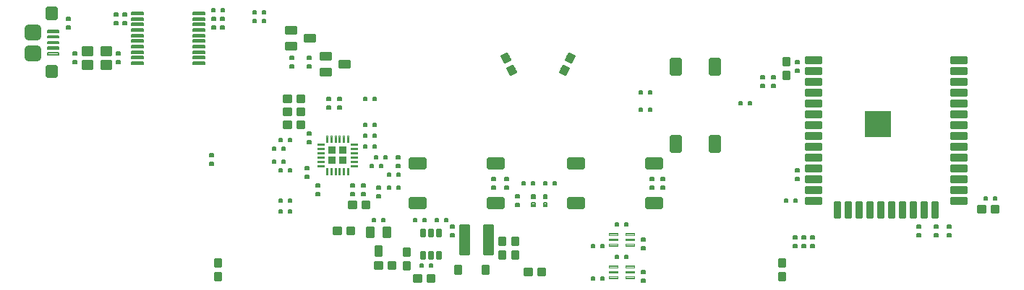
<source format=gbr>
G04 EAGLE Gerber RS-274X export*
G75*
%MOMM*%
%FSLAX34Y34*%
%LPD*%
%INSolderpaste Top*%
%IPPOS*%
%AMOC8*
5,1,8,0,0,1.08239X$1,22.5*%
G01*
%ADD10C,0.192500*%
%ADD11C,0.350000*%
%ADD12C,0.241500*%
%ADD13C,0.420000*%
%ADD14C,0.320038*%
%ADD15C,0.490000*%
%ADD16R,3.164769X3.166009*%
%ADD17C,0.315000*%
%ADD18C,0.200000*%
%ADD19C,0.700000*%
%ADD20C,0.950000*%
%ADD21R,0.919741X0.919741*%
%ADD22R,0.919894X0.920691*%
%ADD23R,0.921600X0.921600*%
%ADD24R,0.920331X0.919950*%
%ADD25C,0.091000*%
%ADD26C,0.210000*%
%ADD27C,0.140000*%
%ADD28C,0.402500*%
%ADD29C,0.124459*%


D10*
X248418Y349598D02*
X248418Y346022D01*
X244342Y346022D01*
X244342Y349598D01*
X248418Y349598D01*
X248418Y347851D02*
X244342Y347851D01*
X248418Y356522D02*
X248418Y360098D01*
X248418Y356522D02*
X244342Y356522D01*
X244342Y360098D01*
X248418Y360098D01*
X248418Y358351D02*
X244342Y358351D01*
X345942Y194998D02*
X345942Y191422D01*
X345942Y194998D02*
X350018Y194998D01*
X350018Y191422D01*
X345942Y191422D01*
X345942Y193251D02*
X350018Y193251D01*
X345942Y184498D02*
X345942Y180922D01*
X345942Y184498D02*
X350018Y184498D01*
X350018Y180922D01*
X345942Y180922D01*
X345942Y182751D02*
X350018Y182751D01*
X499878Y246962D02*
X499878Y250538D01*
X499878Y246962D02*
X495802Y246962D01*
X495802Y250538D01*
X499878Y250538D01*
X499878Y248791D02*
X495802Y248791D01*
X499878Y257462D02*
X499878Y261038D01*
X499878Y257462D02*
X495802Y257462D01*
X495802Y261038D01*
X499878Y261038D01*
X499878Y259291D02*
X495802Y259291D01*
D11*
X579830Y66870D02*
X579830Y59370D01*
X573330Y59370D01*
X573330Y66870D01*
X579830Y66870D01*
X579830Y62695D02*
X573330Y62695D01*
X573330Y66020D02*
X579830Y66020D01*
X579830Y75370D02*
X579830Y82870D01*
X579830Y75370D02*
X573330Y75370D01*
X573330Y82870D01*
X579830Y82870D01*
X579830Y78695D02*
X573330Y78695D01*
X573330Y82020D02*
X579830Y82020D01*
X352350Y70170D02*
X352350Y62670D01*
X352350Y70170D02*
X358850Y70170D01*
X358850Y62670D01*
X352350Y62670D01*
X352350Y65995D02*
X358850Y65995D01*
X358850Y69320D02*
X352350Y69320D01*
X352350Y54170D02*
X352350Y46670D01*
X352350Y54170D02*
X358850Y54170D01*
X358850Y46670D01*
X352350Y46670D01*
X352350Y49995D02*
X358850Y49995D01*
X358850Y53320D02*
X352350Y53320D01*
D10*
X691382Y163482D02*
X691382Y167058D01*
X695458Y167058D01*
X695458Y163482D01*
X691382Y163482D01*
X691382Y165311D02*
X695458Y165311D01*
X691382Y156558D02*
X691382Y152982D01*
X691382Y156558D02*
X695458Y156558D01*
X695458Y152982D01*
X691382Y152982D01*
X691382Y154811D02*
X695458Y154811D01*
X995178Y272362D02*
X995178Y275938D01*
X995178Y272362D02*
X991102Y272362D01*
X991102Y275938D01*
X995178Y275938D01*
X995178Y274191D02*
X991102Y274191D01*
X995178Y282862D02*
X995178Y286438D01*
X995178Y282862D02*
X991102Y282862D01*
X991102Y286438D01*
X995178Y286438D01*
X995178Y284691D02*
X991102Y284691D01*
X865638Y156558D02*
X865638Y152982D01*
X861562Y152982D01*
X861562Y156558D01*
X865638Y156558D01*
X865638Y154811D02*
X861562Y154811D01*
X865638Y163482D02*
X865638Y167058D01*
X865638Y163482D02*
X861562Y163482D01*
X861562Y167058D01*
X865638Y167058D01*
X865638Y165311D02*
X861562Y165311D01*
D11*
X498510Y296470D02*
X498510Y302970D01*
X509010Y302970D01*
X509010Y296470D01*
X498510Y296470D01*
X498510Y299795D02*
X509010Y299795D01*
X476510Y293470D02*
X476510Y286970D01*
X476510Y293470D02*
X487010Y293470D01*
X487010Y286970D01*
X476510Y286970D01*
X476510Y290295D02*
X487010Y290295D01*
X476510Y305970D02*
X476510Y312470D01*
X487010Y312470D01*
X487010Y305970D01*
X476510Y305970D01*
X476510Y309295D02*
X487010Y309295D01*
X457870Y326950D02*
X457870Y333450D01*
X468370Y333450D01*
X468370Y326950D01*
X457870Y326950D01*
X457870Y330275D02*
X468370Y330275D01*
X435870Y323950D02*
X435870Y317450D01*
X435870Y323950D02*
X446370Y323950D01*
X446370Y317450D01*
X435870Y317450D01*
X435870Y320775D02*
X446370Y320775D01*
X435870Y336450D02*
X435870Y342950D01*
X446370Y342950D01*
X446370Y336450D01*
X435870Y336450D01*
X435870Y339775D02*
X446370Y339775D01*
D10*
X1029202Y98478D02*
X1029202Y94902D01*
X1029202Y98478D02*
X1033278Y98478D01*
X1033278Y94902D01*
X1029202Y94902D01*
X1029202Y96731D02*
X1033278Y96731D01*
X1029202Y87978D02*
X1029202Y84402D01*
X1029202Y87978D02*
X1033278Y87978D01*
X1033278Y84402D01*
X1029202Y84402D01*
X1029202Y86231D02*
X1033278Y86231D01*
X704082Y143162D02*
X704082Y146738D01*
X708158Y146738D01*
X708158Y143162D01*
X704082Y143162D01*
X704082Y144991D02*
X708158Y144991D01*
X704082Y136238D02*
X704082Y132662D01*
X704082Y136238D02*
X708158Y136238D01*
X708158Y132662D01*
X704082Y132662D01*
X704082Y134491D02*
X708158Y134491D01*
X1252802Y140202D02*
X1256378Y140202D01*
X1252802Y140202D02*
X1252802Y144278D01*
X1256378Y144278D01*
X1256378Y140202D01*
X1256378Y142031D02*
X1252802Y142031D01*
X1252802Y143860D02*
X1256378Y143860D01*
X1263302Y140202D02*
X1266878Y140202D01*
X1263302Y140202D02*
X1263302Y144278D01*
X1266878Y144278D01*
X1266878Y140202D01*
X1266878Y142031D02*
X1263302Y142031D01*
X1263302Y143860D02*
X1266878Y143860D01*
X540438Y261118D02*
X536862Y261118D01*
X540438Y261118D02*
X540438Y257042D01*
X536862Y257042D01*
X536862Y261118D01*
X536862Y258871D02*
X540438Y258871D01*
X540438Y260700D02*
X536862Y260700D01*
X529938Y261118D02*
X526362Y261118D01*
X529938Y261118D02*
X529938Y257042D01*
X526362Y257042D01*
X526362Y261118D01*
X526362Y258871D02*
X529938Y258871D01*
X529938Y260700D02*
X526362Y260700D01*
X676142Y167058D02*
X676142Y163482D01*
X676142Y167058D02*
X680218Y167058D01*
X680218Y163482D01*
X676142Y163482D01*
X676142Y165311D02*
X680218Y165311D01*
X676142Y156558D02*
X676142Y152982D01*
X676142Y156558D02*
X680218Y156558D01*
X680218Y152982D01*
X676142Y152982D01*
X676142Y154811D02*
X680218Y154811D01*
X1007878Y272362D02*
X1007878Y275938D01*
X1007878Y272362D02*
X1003802Y272362D01*
X1003802Y275938D01*
X1007878Y275938D01*
X1007878Y274191D02*
X1003802Y274191D01*
X1007878Y282862D02*
X1007878Y286438D01*
X1007878Y282862D02*
X1003802Y282862D01*
X1003802Y286438D01*
X1007878Y286438D01*
X1007878Y284691D02*
X1003802Y284691D01*
X874262Y167058D02*
X874262Y163482D01*
X874262Y167058D02*
X878338Y167058D01*
X878338Y163482D01*
X874262Y163482D01*
X874262Y165311D02*
X878338Y165311D01*
X874262Y156558D02*
X874262Y152982D01*
X874262Y156558D02*
X878338Y156558D01*
X878338Y152982D01*
X874262Y152982D01*
X874262Y154811D02*
X878338Y154811D01*
X1178058Y100678D02*
X1178058Y97102D01*
X1173982Y97102D01*
X1173982Y100678D01*
X1178058Y100678D01*
X1178058Y98931D02*
X1173982Y98931D01*
X1178058Y107602D02*
X1178058Y111178D01*
X1178058Y107602D02*
X1173982Y107602D01*
X1173982Y111178D01*
X1178058Y111178D01*
X1178058Y109431D02*
X1173982Y109431D01*
X1033198Y141738D02*
X1029622Y141738D01*
X1033198Y141738D02*
X1033198Y137662D01*
X1029622Y137662D01*
X1029622Y141738D01*
X1029622Y139491D02*
X1033198Y139491D01*
X1033198Y141320D02*
X1029622Y141320D01*
X1022698Y141738D02*
X1019122Y141738D01*
X1022698Y141738D02*
X1022698Y137662D01*
X1019122Y137662D01*
X1019122Y141738D01*
X1019122Y139491D02*
X1022698Y139491D01*
X1022698Y141320D02*
X1019122Y141320D01*
X979858Y256038D02*
X976282Y256038D01*
X979858Y256038D02*
X979858Y251962D01*
X976282Y251962D01*
X976282Y256038D01*
X976282Y253791D02*
X979858Y253791D01*
X979858Y255620D02*
X976282Y255620D01*
X969358Y256038D02*
X965782Y256038D01*
X969358Y256038D02*
X969358Y251962D01*
X965782Y251962D01*
X965782Y256038D01*
X965782Y253791D02*
X969358Y253791D01*
X969358Y255620D02*
X965782Y255620D01*
X1043438Y87978D02*
X1043438Y84402D01*
X1039362Y84402D01*
X1039362Y87978D01*
X1043438Y87978D01*
X1043438Y86231D02*
X1039362Y86231D01*
X1043438Y94902D02*
X1043438Y98478D01*
X1043438Y94902D02*
X1039362Y94902D01*
X1039362Y98478D01*
X1043438Y98478D01*
X1043438Y96731D02*
X1039362Y96731D01*
X441378Y212858D02*
X437802Y212858D01*
X441378Y212858D02*
X441378Y208782D01*
X437802Y208782D01*
X437802Y212858D01*
X437802Y210611D02*
X441378Y210611D01*
X441378Y212440D02*
X437802Y212440D01*
X430878Y212858D02*
X427302Y212858D01*
X430878Y212858D02*
X430878Y208782D01*
X427302Y208782D01*
X427302Y212858D01*
X427302Y210611D02*
X430878Y210611D01*
X430878Y212440D02*
X427302Y212440D01*
X437802Y177298D02*
X441378Y177298D01*
X441378Y173222D01*
X437802Y173222D01*
X437802Y177298D01*
X437802Y175051D02*
X441378Y175051D01*
X441378Y176880D02*
X437802Y176880D01*
X430878Y177298D02*
X427302Y177298D01*
X430878Y177298D02*
X430878Y173222D01*
X427302Y173222D01*
X427302Y177298D01*
X427302Y175051D02*
X430878Y175051D01*
X430878Y176880D02*
X427302Y176880D01*
X430182Y187458D02*
X433758Y187458D01*
X433758Y183382D01*
X430182Y183382D01*
X430182Y187458D01*
X430182Y185211D02*
X433758Y185211D01*
X433758Y187040D02*
X430182Y187040D01*
X423258Y187458D02*
X419682Y187458D01*
X423258Y187458D02*
X423258Y183382D01*
X419682Y183382D01*
X419682Y187458D01*
X419682Y185211D02*
X423258Y185211D01*
X423258Y187040D02*
X419682Y187040D01*
X430182Y202698D02*
X433758Y202698D01*
X433758Y198622D01*
X430182Y198622D01*
X430182Y202698D01*
X430182Y200451D02*
X433758Y200451D01*
X433758Y202280D02*
X430182Y202280D01*
X423258Y202698D02*
X419682Y202698D01*
X423258Y202698D02*
X423258Y198622D01*
X419682Y198622D01*
X419682Y202698D01*
X419682Y200451D02*
X423258Y200451D01*
X423258Y202280D02*
X419682Y202280D01*
X526362Y201162D02*
X529938Y201162D01*
X526362Y201162D02*
X526362Y205238D01*
X529938Y205238D01*
X529938Y201162D01*
X529938Y202991D02*
X526362Y202991D01*
X526362Y204820D02*
X529938Y204820D01*
X536862Y201162D02*
X540438Y201162D01*
X536862Y201162D02*
X536862Y205238D01*
X540438Y205238D01*
X540438Y201162D01*
X540438Y202991D02*
X536862Y202991D01*
X536862Y204820D02*
X540438Y204820D01*
X554302Y152902D02*
X557878Y152902D01*
X554302Y152902D02*
X554302Y156978D01*
X557878Y156978D01*
X557878Y152902D01*
X557878Y154731D02*
X554302Y154731D01*
X554302Y156560D02*
X557878Y156560D01*
X564802Y152902D02*
X568378Y152902D01*
X564802Y152902D02*
X564802Y156978D01*
X568378Y156978D01*
X568378Y152902D01*
X568378Y154731D02*
X564802Y154731D01*
X564802Y156560D02*
X568378Y156560D01*
X568458Y178382D02*
X568458Y181958D01*
X568458Y178382D02*
X564382Y178382D01*
X564382Y181958D01*
X568458Y181958D01*
X568458Y180211D02*
X564382Y180211D01*
X568458Y188882D02*
X568458Y192458D01*
X568458Y188882D02*
X564382Y188882D01*
X564382Y192458D01*
X568458Y192458D01*
X568458Y190711D02*
X564382Y190711D01*
X529938Y226562D02*
X526362Y226562D01*
X526362Y230638D01*
X529938Y230638D01*
X529938Y226562D01*
X529938Y228391D02*
X526362Y228391D01*
X526362Y230220D02*
X529938Y230220D01*
X536862Y226562D02*
X540438Y226562D01*
X536862Y226562D02*
X536862Y230638D01*
X540438Y230638D01*
X540438Y226562D01*
X540438Y228391D02*
X536862Y228391D01*
X536862Y230220D02*
X540438Y230220D01*
X461778Y169258D02*
X461778Y165682D01*
X457702Y165682D01*
X457702Y169258D01*
X461778Y169258D01*
X461778Y167511D02*
X457702Y167511D01*
X461778Y176182D02*
X461778Y179758D01*
X461778Y176182D02*
X457702Y176182D01*
X457702Y179758D01*
X461778Y179758D01*
X461778Y178011D02*
X457702Y178011D01*
X441378Y141738D02*
X437802Y141738D01*
X441378Y141738D02*
X441378Y137662D01*
X437802Y137662D01*
X437802Y141738D01*
X437802Y139491D02*
X441378Y139491D01*
X441378Y141320D02*
X437802Y141320D01*
X430878Y141738D02*
X427302Y141738D01*
X430878Y141738D02*
X430878Y137662D01*
X427302Y137662D01*
X427302Y141738D01*
X427302Y139491D02*
X430878Y139491D01*
X430878Y141320D02*
X427302Y141320D01*
X439922Y305722D02*
X439922Y309298D01*
X443998Y309298D01*
X443998Y305722D01*
X439922Y305722D01*
X439922Y307551D02*
X443998Y307551D01*
X439922Y298798D02*
X439922Y295222D01*
X439922Y298798D02*
X443998Y298798D01*
X443998Y295222D01*
X439922Y295222D01*
X439922Y297051D02*
X443998Y297051D01*
X441378Y129038D02*
X437802Y129038D01*
X441378Y129038D02*
X441378Y124962D01*
X437802Y124962D01*
X437802Y129038D01*
X437802Y126791D02*
X441378Y126791D01*
X441378Y128620D02*
X437802Y128620D01*
X430878Y129038D02*
X427302Y129038D01*
X430878Y129038D02*
X430878Y124962D01*
X427302Y124962D01*
X427302Y129038D01*
X427302Y126791D02*
X430878Y126791D01*
X430878Y128620D02*
X427302Y128620D01*
X549562Y192538D02*
X553138Y192538D01*
X553138Y188462D01*
X549562Y188462D01*
X549562Y192538D01*
X549562Y190291D02*
X553138Y190291D01*
X553138Y192120D02*
X549562Y192120D01*
X542638Y192538D02*
X539062Y192538D01*
X542638Y192538D02*
X542638Y188462D01*
X539062Y188462D01*
X539062Y192538D01*
X539062Y190291D02*
X542638Y190291D01*
X542638Y192120D02*
X539062Y192120D01*
X529938Y213862D02*
X526362Y213862D01*
X526362Y217938D01*
X529938Y217938D01*
X529938Y213862D01*
X529938Y215691D02*
X526362Y215691D01*
X526362Y217520D02*
X529938Y217520D01*
X536862Y213862D02*
X540438Y213862D01*
X536862Y213862D02*
X536862Y217938D01*
X540438Y217938D01*
X540438Y213862D01*
X540438Y215691D02*
X536862Y215691D01*
X536862Y217520D02*
X540438Y217520D01*
X541522Y156898D02*
X541522Y153322D01*
X541522Y156898D02*
X545598Y156898D01*
X545598Y153322D01*
X541522Y153322D01*
X541522Y155151D02*
X545598Y155151D01*
X541522Y146398D02*
X541522Y142822D01*
X541522Y146398D02*
X545598Y146398D01*
X545598Y142822D01*
X541522Y142822D01*
X541522Y144651D02*
X545598Y144651D01*
X564802Y172218D02*
X568378Y172218D01*
X568378Y168142D01*
X564802Y168142D01*
X564802Y172218D01*
X564802Y169971D02*
X568378Y169971D01*
X568378Y171800D02*
X564802Y171800D01*
X557878Y172218D02*
X554302Y172218D01*
X557878Y172218D02*
X557878Y168142D01*
X554302Y168142D01*
X554302Y172218D01*
X554302Y169971D02*
X557878Y169971D01*
X557878Y171800D02*
X554302Y171800D01*
X487178Y246962D02*
X487178Y250538D01*
X487178Y246962D02*
X483102Y246962D01*
X483102Y250538D01*
X487178Y250538D01*
X487178Y248791D02*
X483102Y248791D01*
X487178Y257462D02*
X487178Y261038D01*
X487178Y257462D02*
X483102Y257462D01*
X483102Y261038D01*
X487178Y261038D01*
X487178Y259291D02*
X483102Y259291D01*
X464318Y295222D02*
X464318Y298798D01*
X464318Y295222D02*
X460242Y295222D01*
X460242Y298798D01*
X464318Y298798D01*
X464318Y297051D02*
X460242Y297051D01*
X464318Y305722D02*
X464318Y309298D01*
X464318Y305722D02*
X460242Y305722D01*
X460242Y309298D01*
X464318Y309298D01*
X464318Y307551D02*
X460242Y307551D01*
X352138Y361182D02*
X348562Y361182D01*
X348562Y365258D01*
X352138Y365258D01*
X352138Y361182D01*
X352138Y363011D02*
X348562Y363011D01*
X348562Y364840D02*
X352138Y364840D01*
X359062Y361182D02*
X362638Y361182D01*
X359062Y361182D02*
X359062Y365258D01*
X362638Y365258D01*
X362638Y361182D01*
X362638Y363011D02*
X359062Y363011D01*
X359062Y364840D02*
X362638Y364840D01*
X1213618Y100678D02*
X1213618Y97102D01*
X1209542Y97102D01*
X1209542Y100678D01*
X1213618Y100678D01*
X1213618Y98931D02*
X1209542Y98931D01*
X1213618Y107602D02*
X1213618Y111178D01*
X1213618Y107602D02*
X1209542Y107602D01*
X1209542Y111178D01*
X1213618Y111178D01*
X1213618Y109431D02*
X1209542Y109431D01*
X751258Y162058D02*
X747682Y162058D01*
X751258Y162058D02*
X751258Y157982D01*
X747682Y157982D01*
X747682Y162058D01*
X747682Y159811D02*
X751258Y159811D01*
X751258Y161640D02*
X747682Y161640D01*
X740758Y162058D02*
X737182Y162058D01*
X740758Y162058D02*
X740758Y157982D01*
X737182Y157982D01*
X737182Y162058D01*
X737182Y159811D02*
X740758Y159811D01*
X740758Y161640D02*
X737182Y161640D01*
X715358Y157982D02*
X711782Y157982D01*
X711782Y162058D01*
X715358Y162058D01*
X715358Y157982D01*
X715358Y159811D02*
X711782Y159811D01*
X711782Y161640D02*
X715358Y161640D01*
X722282Y157982D02*
X725858Y157982D01*
X722282Y157982D02*
X722282Y162058D01*
X725858Y162058D01*
X725858Y157982D01*
X725858Y159811D02*
X722282Y159811D01*
X722282Y161640D02*
X725858Y161640D01*
D11*
X456250Y262330D02*
X448750Y262330D01*
X456250Y262330D02*
X456250Y255830D01*
X448750Y255830D01*
X448750Y262330D01*
X448750Y259155D02*
X456250Y259155D01*
X440250Y262330D02*
X432750Y262330D01*
X440250Y262330D02*
X440250Y255830D01*
X432750Y255830D01*
X432750Y262330D01*
X432750Y259155D02*
X440250Y259155D01*
X440250Y225350D02*
X432750Y225350D01*
X432750Y231850D01*
X440250Y231850D01*
X440250Y225350D01*
X440250Y228675D02*
X432750Y228675D01*
X448750Y225350D02*
X456250Y225350D01*
X448750Y225350D02*
X448750Y231850D01*
X456250Y231850D01*
X456250Y225350D01*
X456250Y228675D02*
X448750Y228675D01*
D10*
X1035818Y166718D02*
X1035818Y163142D01*
X1031742Y163142D01*
X1031742Y166718D01*
X1035818Y166718D01*
X1035818Y164971D02*
X1031742Y164971D01*
X1035818Y173642D02*
X1035818Y177218D01*
X1035818Y173642D02*
X1031742Y173642D01*
X1031742Y177218D01*
X1035818Y177218D01*
X1035818Y175471D02*
X1031742Y175471D01*
X464318Y206322D02*
X464318Y209898D01*
X464318Y206322D02*
X460242Y206322D01*
X460242Y209898D01*
X464318Y209898D01*
X464318Y208151D02*
X460242Y208151D01*
X464318Y216822D02*
X464318Y220398D01*
X464318Y216822D02*
X460242Y216822D01*
X460242Y220398D01*
X464318Y220398D01*
X464318Y218651D02*
X460242Y218651D01*
X470402Y159438D02*
X470402Y155862D01*
X470402Y159438D02*
X474478Y159438D01*
X474478Y155862D01*
X470402Y155862D01*
X470402Y157691D02*
X474478Y157691D01*
X470402Y148938D02*
X470402Y145362D01*
X470402Y148938D02*
X474478Y148938D01*
X474478Y145362D01*
X470402Y145362D01*
X470402Y147191D02*
X474478Y147191D01*
D11*
X524950Y137870D02*
X532450Y137870D01*
X532450Y131370D01*
X524950Y131370D01*
X524950Y137870D01*
X524950Y134695D02*
X532450Y134695D01*
X516450Y137870D02*
X508950Y137870D01*
X516450Y137870D02*
X516450Y131370D01*
X508950Y131370D01*
X508950Y137870D01*
X508950Y134695D02*
X516450Y134695D01*
X1024330Y282890D02*
X1024330Y290390D01*
X1024330Y282890D02*
X1017830Y282890D01*
X1017830Y290390D01*
X1024330Y290390D01*
X1024330Y286215D02*
X1017830Y286215D01*
X1017830Y289540D02*
X1024330Y289540D01*
X1024330Y298890D02*
X1024330Y306390D01*
X1024330Y298890D02*
X1017830Y298890D01*
X1017830Y306390D01*
X1024330Y306390D01*
X1024330Y302215D02*
X1017830Y302215D01*
X1017830Y305540D02*
X1024330Y305540D01*
D10*
X1035818Y293718D02*
X1035818Y290142D01*
X1031742Y290142D01*
X1031742Y293718D01*
X1035818Y293718D01*
X1035818Y291971D02*
X1031742Y291971D01*
X1035818Y300642D02*
X1035818Y304218D01*
X1035818Y300642D02*
X1031742Y300642D01*
X1031742Y304218D01*
X1035818Y304218D01*
X1035818Y302471D02*
X1031742Y302471D01*
D11*
X1012750Y70170D02*
X1012750Y62670D01*
X1012750Y70170D02*
X1019250Y70170D01*
X1019250Y62670D01*
X1012750Y62670D01*
X1012750Y65995D02*
X1019250Y65995D01*
X1019250Y69320D02*
X1012750Y69320D01*
X1012750Y54170D02*
X1012750Y46670D01*
X1012750Y54170D02*
X1019250Y54170D01*
X1019250Y46670D01*
X1012750Y46670D01*
X1012750Y49995D02*
X1019250Y49995D01*
X1019250Y53320D02*
X1012750Y53320D01*
X685090Y88070D02*
X685090Y95570D01*
X691590Y95570D01*
X691590Y88070D01*
X685090Y88070D01*
X685090Y91395D02*
X691590Y91395D01*
X691590Y94720D02*
X685090Y94720D01*
X685090Y79570D02*
X685090Y72070D01*
X685090Y79570D02*
X691590Y79570D01*
X691590Y72070D01*
X685090Y72070D01*
X685090Y75395D02*
X691590Y75395D01*
X691590Y78720D02*
X685090Y78720D01*
D10*
X1049522Y94902D02*
X1049522Y98478D01*
X1053598Y98478D01*
X1053598Y94902D01*
X1049522Y94902D01*
X1049522Y96731D02*
X1053598Y96731D01*
X1049522Y87978D02*
X1049522Y84402D01*
X1049522Y87978D02*
X1053598Y87978D01*
X1053598Y84402D01*
X1049522Y84402D01*
X1049522Y86231D02*
X1053598Y86231D01*
X511042Y155862D02*
X511042Y159438D01*
X515118Y159438D01*
X515118Y155862D01*
X511042Y155862D01*
X511042Y157691D02*
X515118Y157691D01*
X511042Y148938D02*
X511042Y145362D01*
X511042Y148938D02*
X515118Y148938D01*
X515118Y145362D01*
X511042Y145362D01*
X511042Y147191D02*
X515118Y147191D01*
X523742Y155862D02*
X523742Y159438D01*
X527818Y159438D01*
X527818Y155862D01*
X523742Y155862D01*
X523742Y157691D02*
X527818Y157691D01*
X523742Y148938D02*
X523742Y145362D01*
X523742Y148938D02*
X527818Y148938D01*
X527818Y145362D01*
X523742Y145362D01*
X523742Y147191D02*
X527818Y147191D01*
X348482Y351442D02*
X348482Y355018D01*
X352558Y355018D01*
X352558Y351442D01*
X348482Y351442D01*
X348482Y353271D02*
X352558Y353271D01*
X348482Y344518D02*
X348482Y340942D01*
X348482Y344518D02*
X352558Y344518D01*
X352558Y340942D01*
X348482Y340942D01*
X348482Y342771D02*
X352558Y342771D01*
X358642Y351442D02*
X358642Y355018D01*
X362718Y355018D01*
X362718Y351442D01*
X358642Y351442D01*
X358642Y353271D02*
X362718Y353271D01*
X358642Y344518D02*
X358642Y340942D01*
X358642Y344518D02*
X362718Y344518D01*
X362718Y340942D01*
X358642Y340942D01*
X358642Y342771D02*
X362718Y342771D01*
X238258Y346022D02*
X238258Y349598D01*
X238258Y346022D02*
X234182Y346022D01*
X234182Y349598D01*
X238258Y349598D01*
X238258Y347851D02*
X234182Y347851D01*
X238258Y356522D02*
X238258Y360098D01*
X238258Y356522D02*
X234182Y356522D01*
X234182Y360098D01*
X238258Y360098D01*
X238258Y358351D02*
X234182Y358351D01*
X182378Y344518D02*
X182378Y340942D01*
X178302Y340942D01*
X178302Y344518D01*
X182378Y344518D01*
X182378Y342771D02*
X178302Y342771D01*
X182378Y351442D02*
X182378Y355018D01*
X182378Y351442D02*
X178302Y351442D01*
X178302Y355018D01*
X182378Y355018D01*
X182378Y353271D02*
X178302Y353271D01*
D11*
X448750Y247090D02*
X456250Y247090D01*
X456250Y240590D01*
X448750Y240590D01*
X448750Y247090D01*
X448750Y243915D02*
X456250Y243915D01*
X440250Y247090D02*
X432750Y247090D01*
X440250Y247090D02*
X440250Y240590D01*
X432750Y240590D01*
X432750Y247090D01*
X432750Y243915D02*
X440250Y243915D01*
D12*
X611777Y105693D02*
X611777Y98107D01*
X611777Y105693D02*
X616263Y105693D01*
X616263Y98107D01*
X611777Y98107D01*
X611777Y100401D02*
X616263Y100401D01*
X616263Y102695D02*
X611777Y102695D01*
X611777Y104989D02*
X616263Y104989D01*
X602277Y105693D02*
X602277Y98107D01*
X602277Y105693D02*
X606763Y105693D01*
X606763Y98107D01*
X602277Y98107D01*
X602277Y100401D02*
X606763Y100401D01*
X606763Y102695D02*
X602277Y102695D01*
X602277Y104989D02*
X606763Y104989D01*
X592777Y105693D02*
X592777Y98107D01*
X592777Y105693D02*
X597263Y105693D01*
X597263Y98107D01*
X592777Y98107D01*
X592777Y100401D02*
X597263Y100401D01*
X597263Y102695D02*
X592777Y102695D01*
X592777Y104989D02*
X597263Y104989D01*
X592777Y79693D02*
X592777Y72107D01*
X592777Y79693D02*
X597263Y79693D01*
X597263Y72107D01*
X592777Y72107D01*
X592777Y74401D02*
X597263Y74401D01*
X597263Y76695D02*
X592777Y76695D01*
X592777Y78989D02*
X597263Y78989D01*
X602277Y79693D02*
X602277Y72107D01*
X602277Y79693D02*
X606763Y79693D01*
X606763Y72107D01*
X602277Y72107D01*
X602277Y74401D02*
X606763Y74401D01*
X606763Y76695D02*
X602277Y76695D01*
X602277Y78989D02*
X606763Y78989D01*
X611777Y79693D02*
X611777Y72107D01*
X611777Y79693D02*
X616263Y79693D01*
X616263Y72107D01*
X611777Y72107D01*
X611777Y74401D02*
X616263Y74401D01*
X616263Y76695D02*
X611777Y76695D01*
X611777Y78989D02*
X616263Y78989D01*
D13*
X639960Y77580D02*
X647760Y77580D01*
X639960Y77580D02*
X639960Y110380D01*
X647760Y110380D01*
X647760Y77580D01*
X647760Y81570D02*
X639960Y81570D01*
X639960Y85560D02*
X647760Y85560D01*
X647760Y89550D02*
X639960Y89550D01*
X639960Y93540D02*
X647760Y93540D01*
X647760Y97530D02*
X639960Y97530D01*
X639960Y101520D02*
X647760Y101520D01*
X647760Y105510D02*
X639960Y105510D01*
X639960Y109500D02*
X647760Y109500D01*
X667960Y77580D02*
X675760Y77580D01*
X667960Y77580D02*
X667960Y110380D01*
X675760Y110380D01*
X675760Y77580D01*
X675760Y81570D02*
X667960Y81570D01*
X667960Y85560D02*
X675760Y85560D01*
X675760Y89550D02*
X667960Y89550D01*
X667960Y93540D02*
X675760Y93540D01*
X675760Y97530D02*
X667960Y97530D01*
X667960Y101520D02*
X675760Y101520D01*
X675760Y105510D02*
X667960Y105510D01*
X667960Y109500D02*
X675760Y109500D01*
D10*
X606478Y65538D02*
X602902Y65538D01*
X606478Y65538D02*
X606478Y61462D01*
X602902Y61462D01*
X602902Y65538D01*
X602902Y63291D02*
X606478Y63291D01*
X606478Y65120D02*
X602902Y65120D01*
X595978Y65538D02*
X592402Y65538D01*
X595978Y65538D02*
X595978Y61462D01*
X592402Y61462D01*
X592402Y65538D01*
X592402Y63291D02*
X595978Y63291D01*
X595978Y65120D02*
X592402Y65120D01*
X627882Y107602D02*
X627882Y111178D01*
X631958Y111178D01*
X631958Y107602D01*
X627882Y107602D01*
X627882Y109431D02*
X631958Y109431D01*
X627882Y100678D02*
X627882Y97102D01*
X627882Y100678D02*
X631958Y100678D01*
X631958Y97102D01*
X627882Y97102D01*
X627882Y98931D02*
X631958Y98931D01*
X613758Y114802D02*
X610182Y114802D01*
X610182Y118878D01*
X613758Y118878D01*
X613758Y114802D01*
X613758Y116631D02*
X610182Y116631D01*
X610182Y118460D02*
X613758Y118460D01*
X620682Y114802D02*
X624258Y114802D01*
X620682Y114802D02*
X620682Y118878D01*
X624258Y118878D01*
X624258Y114802D01*
X624258Y116631D02*
X620682Y116631D01*
X620682Y118460D02*
X624258Y118460D01*
X588358Y114802D02*
X584782Y114802D01*
X584782Y118878D01*
X588358Y118878D01*
X588358Y114802D01*
X588358Y116631D02*
X584782Y116631D01*
X584782Y118460D02*
X588358Y118460D01*
X595282Y114802D02*
X598858Y114802D01*
X595282Y114802D02*
X595282Y118878D01*
X598858Y118878D01*
X598858Y114802D01*
X598858Y116631D02*
X595282Y116631D01*
X595282Y118460D02*
X598858Y118460D01*
D14*
X639369Y62916D02*
X639369Y53924D01*
X633425Y53924D01*
X633425Y62916D01*
X639369Y62916D01*
X639369Y56964D02*
X633425Y56964D01*
X633425Y60004D02*
X639369Y60004D01*
X672135Y62916D02*
X672135Y53924D01*
X666191Y53924D01*
X666191Y62916D01*
X672135Y62916D01*
X672135Y56964D02*
X666191Y56964D01*
X666191Y60004D02*
X672135Y60004D01*
D10*
X540098Y114802D02*
X536522Y114802D01*
X536522Y118878D01*
X540098Y118878D01*
X540098Y114802D01*
X540098Y116631D02*
X536522Y116631D01*
X536522Y118460D02*
X540098Y118460D01*
X547022Y114802D02*
X550598Y114802D01*
X547022Y114802D02*
X547022Y118878D01*
X550598Y118878D01*
X550598Y114802D01*
X550598Y116631D02*
X547022Y116631D01*
X547022Y118460D02*
X550598Y118460D01*
D11*
X546930Y60250D02*
X539430Y60250D01*
X539430Y66750D01*
X546930Y66750D01*
X546930Y60250D01*
X546930Y63575D02*
X539430Y63575D01*
X555430Y60250D02*
X562930Y60250D01*
X555430Y60250D02*
X555430Y66750D01*
X562930Y66750D01*
X562930Y60250D01*
X562930Y63575D02*
X555430Y63575D01*
D15*
X581450Y132470D02*
X597550Y132470D01*
X581450Y132470D02*
X581450Y141570D01*
X597550Y141570D01*
X597550Y132470D01*
X597550Y137125D02*
X581450Y137125D01*
X581450Y178470D02*
X597550Y178470D01*
X581450Y178470D02*
X581450Y187570D01*
X597550Y187570D01*
X597550Y178470D01*
X597550Y183125D02*
X581450Y183125D01*
X672450Y178470D02*
X688550Y178470D01*
X672450Y178470D02*
X672450Y187570D01*
X688550Y187570D01*
X688550Y178470D01*
X688550Y183125D02*
X672450Y183125D01*
X672450Y132470D02*
X688550Y132470D01*
X672450Y132470D02*
X672450Y141570D01*
X688550Y141570D01*
X688550Y132470D01*
X688550Y137125D02*
X672450Y137125D01*
X941950Y197910D02*
X941950Y214010D01*
X941950Y197910D02*
X932850Y197910D01*
X932850Y214010D01*
X941950Y214010D01*
X941950Y202565D02*
X932850Y202565D01*
X932850Y207220D02*
X941950Y207220D01*
X941950Y211875D02*
X932850Y211875D01*
X895950Y214010D02*
X895950Y197910D01*
X886850Y197910D01*
X886850Y214010D01*
X895950Y214010D01*
X895950Y202565D02*
X886850Y202565D01*
X886850Y207220D02*
X895950Y207220D01*
X895950Y211875D02*
X886850Y211875D01*
X895950Y288910D02*
X895950Y305010D01*
X895950Y288910D02*
X886850Y288910D01*
X886850Y305010D01*
X895950Y305010D01*
X895950Y293565D02*
X886850Y293565D01*
X886850Y298220D02*
X895950Y298220D01*
X895950Y302875D02*
X886850Y302875D01*
X941950Y305010D02*
X941950Y288910D01*
X932850Y288910D01*
X932850Y305010D01*
X941950Y305010D01*
X941950Y293565D02*
X932850Y293565D01*
X932850Y298220D02*
X941950Y298220D01*
X941950Y302875D02*
X932850Y302875D01*
X782970Y132470D02*
X766870Y132470D01*
X766870Y141570D01*
X782970Y141570D01*
X782970Y132470D01*
X782970Y137125D02*
X766870Y137125D01*
X766870Y178470D02*
X782970Y178470D01*
X766870Y178470D02*
X766870Y187570D01*
X782970Y187570D01*
X782970Y178470D01*
X782970Y183125D02*
X766870Y183125D01*
X857870Y178470D02*
X873970Y178470D01*
X857870Y178470D02*
X857870Y187570D01*
X873970Y187570D01*
X873970Y178470D01*
X873970Y183125D02*
X857870Y183125D01*
X857870Y132470D02*
X873970Y132470D01*
X857870Y132470D02*
X857870Y141570D01*
X873970Y141570D01*
X873970Y132470D01*
X873970Y137125D02*
X857870Y137125D01*
D10*
X537558Y178302D02*
X533982Y178302D01*
X533982Y182378D01*
X537558Y182378D01*
X537558Y178302D01*
X537558Y180131D02*
X533982Y180131D01*
X533982Y181960D02*
X537558Y181960D01*
X544482Y178302D02*
X548058Y178302D01*
X544482Y178302D02*
X544482Y182378D01*
X548058Y182378D01*
X548058Y178302D01*
X548058Y180131D02*
X544482Y180131D01*
X544482Y181960D02*
X548058Y181960D01*
X855478Y47338D02*
X855478Y43762D01*
X851402Y43762D01*
X851402Y47338D01*
X855478Y47338D01*
X855478Y45591D02*
X851402Y45591D01*
X855478Y54262D02*
X855478Y57838D01*
X855478Y54262D02*
X851402Y54262D01*
X851402Y57838D01*
X855478Y57838D01*
X855478Y56091D02*
X851402Y56091D01*
D16*
X1127907Y229041D03*
D17*
X1061345Y301135D02*
X1044495Y301135D01*
X1044495Y306985D01*
X1061345Y306985D01*
X1061345Y301135D01*
X1061345Y304127D02*
X1044495Y304127D01*
X1044495Y288435D02*
X1061345Y288435D01*
X1044495Y288435D02*
X1044495Y294285D01*
X1061345Y294285D01*
X1061345Y288435D01*
X1061345Y291427D02*
X1044495Y291427D01*
X1044495Y275735D02*
X1061345Y275735D01*
X1044495Y275735D02*
X1044495Y281585D01*
X1061345Y281585D01*
X1061345Y275735D01*
X1061345Y278727D02*
X1044495Y278727D01*
X1044495Y263035D02*
X1061345Y263035D01*
X1044495Y263035D02*
X1044495Y268885D01*
X1061345Y268885D01*
X1061345Y263035D01*
X1061345Y266027D02*
X1044495Y266027D01*
X1044495Y250335D02*
X1061345Y250335D01*
X1044495Y250335D02*
X1044495Y256185D01*
X1061345Y256185D01*
X1061345Y250335D01*
X1061345Y253327D02*
X1044495Y253327D01*
X1044495Y237635D02*
X1061345Y237635D01*
X1044495Y237635D02*
X1044495Y243485D01*
X1061345Y243485D01*
X1061345Y237635D01*
X1061345Y240627D02*
X1044495Y240627D01*
X1044495Y224935D02*
X1061345Y224935D01*
X1044495Y224935D02*
X1044495Y230785D01*
X1061345Y230785D01*
X1061345Y224935D01*
X1061345Y227927D02*
X1044495Y227927D01*
X1044495Y212235D02*
X1061345Y212235D01*
X1044495Y212235D02*
X1044495Y218085D01*
X1061345Y218085D01*
X1061345Y212235D01*
X1061345Y215227D02*
X1044495Y215227D01*
X1044495Y199535D02*
X1061345Y199535D01*
X1044495Y199535D02*
X1044495Y205385D01*
X1061345Y205385D01*
X1061345Y199535D01*
X1061345Y202527D02*
X1044495Y202527D01*
X1044495Y186835D02*
X1061345Y186835D01*
X1044495Y186835D02*
X1044495Y192685D01*
X1061345Y192685D01*
X1061345Y186835D01*
X1061345Y189827D02*
X1044495Y189827D01*
X1044495Y174135D02*
X1061345Y174135D01*
X1044495Y174135D02*
X1044495Y179985D01*
X1061345Y179985D01*
X1061345Y174135D01*
X1061345Y177127D02*
X1044495Y177127D01*
X1044495Y161435D02*
X1061345Y161435D01*
X1044495Y161435D02*
X1044495Y167285D01*
X1061345Y167285D01*
X1061345Y161435D01*
X1061345Y164427D02*
X1044495Y164427D01*
X1044495Y148735D02*
X1061345Y148735D01*
X1044495Y148735D02*
X1044495Y154585D01*
X1061345Y154585D01*
X1061345Y148735D01*
X1061345Y151727D02*
X1044495Y151727D01*
X1044495Y136035D02*
X1061345Y136035D01*
X1044495Y136035D02*
X1044495Y141885D01*
X1061345Y141885D01*
X1061345Y136035D01*
X1061345Y139027D02*
X1044495Y139027D01*
X1083695Y137385D02*
X1083695Y120535D01*
X1077845Y120535D01*
X1077845Y137385D01*
X1083695Y137385D01*
X1083695Y123527D02*
X1077845Y123527D01*
X1077845Y126519D02*
X1083695Y126519D01*
X1083695Y129511D02*
X1077845Y129511D01*
X1077845Y132503D02*
X1083695Y132503D01*
X1083695Y135495D02*
X1077845Y135495D01*
X1096395Y137385D02*
X1096395Y120535D01*
X1090545Y120535D01*
X1090545Y137385D01*
X1096395Y137385D01*
X1096395Y123527D02*
X1090545Y123527D01*
X1090545Y126519D02*
X1096395Y126519D01*
X1096395Y129511D02*
X1090545Y129511D01*
X1090545Y132503D02*
X1096395Y132503D01*
X1096395Y135495D02*
X1090545Y135495D01*
X1109095Y137385D02*
X1109095Y120535D01*
X1103245Y120535D01*
X1103245Y137385D01*
X1109095Y137385D01*
X1109095Y123527D02*
X1103245Y123527D01*
X1103245Y126519D02*
X1109095Y126519D01*
X1109095Y129511D02*
X1103245Y129511D01*
X1103245Y132503D02*
X1109095Y132503D01*
X1109095Y135495D02*
X1103245Y135495D01*
X1121795Y137385D02*
X1121795Y120535D01*
X1115945Y120535D01*
X1115945Y137385D01*
X1121795Y137385D01*
X1121795Y123527D02*
X1115945Y123527D01*
X1115945Y126519D02*
X1121795Y126519D01*
X1121795Y129511D02*
X1115945Y129511D01*
X1115945Y132503D02*
X1121795Y132503D01*
X1121795Y135495D02*
X1115945Y135495D01*
X1134495Y137385D02*
X1134495Y120535D01*
X1128645Y120535D01*
X1128645Y137385D01*
X1134495Y137385D01*
X1134495Y123527D02*
X1128645Y123527D01*
X1128645Y126519D02*
X1134495Y126519D01*
X1134495Y129511D02*
X1128645Y129511D01*
X1128645Y132503D02*
X1134495Y132503D01*
X1134495Y135495D02*
X1128645Y135495D01*
X1147195Y137385D02*
X1147195Y120535D01*
X1141345Y120535D01*
X1141345Y137385D01*
X1147195Y137385D01*
X1147195Y123527D02*
X1141345Y123527D01*
X1141345Y126519D02*
X1147195Y126519D01*
X1147195Y129511D02*
X1141345Y129511D01*
X1141345Y132503D02*
X1147195Y132503D01*
X1147195Y135495D02*
X1141345Y135495D01*
X1159895Y137385D02*
X1159895Y120535D01*
X1154045Y120535D01*
X1154045Y137385D01*
X1159895Y137385D01*
X1159895Y123527D02*
X1154045Y123527D01*
X1154045Y126519D02*
X1159895Y126519D01*
X1159895Y129511D02*
X1154045Y129511D01*
X1154045Y132503D02*
X1159895Y132503D01*
X1159895Y135495D02*
X1154045Y135495D01*
X1172595Y137385D02*
X1172595Y120535D01*
X1166745Y120535D01*
X1166745Y137385D01*
X1172595Y137385D01*
X1172595Y123527D02*
X1166745Y123527D01*
X1166745Y126519D02*
X1172595Y126519D01*
X1172595Y129511D02*
X1166745Y129511D01*
X1166745Y132503D02*
X1172595Y132503D01*
X1172595Y135495D02*
X1166745Y135495D01*
X1185295Y137385D02*
X1185295Y120535D01*
X1179445Y120535D01*
X1179445Y137385D01*
X1185295Y137385D01*
X1185295Y123527D02*
X1179445Y123527D01*
X1179445Y126519D02*
X1185295Y126519D01*
X1185295Y129511D02*
X1179445Y129511D01*
X1179445Y132503D02*
X1185295Y132503D01*
X1185295Y135495D02*
X1179445Y135495D01*
X1197995Y137385D02*
X1197995Y120535D01*
X1192145Y120535D01*
X1192145Y137385D01*
X1197995Y137385D01*
X1197995Y123527D02*
X1192145Y123527D01*
X1192145Y126519D02*
X1197995Y126519D01*
X1197995Y129511D02*
X1192145Y129511D01*
X1192145Y132503D02*
X1197995Y132503D01*
X1197995Y135495D02*
X1192145Y135495D01*
X1214495Y141885D02*
X1231345Y141885D01*
X1231345Y136035D01*
X1214495Y136035D01*
X1214495Y141885D01*
X1214495Y139027D02*
X1231345Y139027D01*
X1231345Y154585D02*
X1214495Y154585D01*
X1231345Y154585D02*
X1231345Y148735D01*
X1214495Y148735D01*
X1214495Y154585D01*
X1214495Y151727D02*
X1231345Y151727D01*
X1231345Y167285D02*
X1214495Y167285D01*
X1231345Y167285D02*
X1231345Y161435D01*
X1214495Y161435D01*
X1214495Y167285D01*
X1214495Y164427D02*
X1231345Y164427D01*
X1231345Y179985D02*
X1214495Y179985D01*
X1231345Y179985D02*
X1231345Y174135D01*
X1214495Y174135D01*
X1214495Y179985D01*
X1214495Y177127D02*
X1231345Y177127D01*
X1231345Y192685D02*
X1214495Y192685D01*
X1231345Y192685D02*
X1231345Y186835D01*
X1214495Y186835D01*
X1214495Y192685D01*
X1214495Y189827D02*
X1231345Y189827D01*
X1231345Y205385D02*
X1214495Y205385D01*
X1231345Y205385D02*
X1231345Y199535D01*
X1214495Y199535D01*
X1214495Y205385D01*
X1214495Y202527D02*
X1231345Y202527D01*
X1231345Y218085D02*
X1214495Y218085D01*
X1231345Y218085D02*
X1231345Y212235D01*
X1214495Y212235D01*
X1214495Y218085D01*
X1214495Y215227D02*
X1231345Y215227D01*
X1231345Y230785D02*
X1214495Y230785D01*
X1231345Y230785D02*
X1231345Y224935D01*
X1214495Y224935D01*
X1214495Y230785D01*
X1214495Y227927D02*
X1231345Y227927D01*
X1231345Y243485D02*
X1214495Y243485D01*
X1231345Y243485D02*
X1231345Y237635D01*
X1214495Y237635D01*
X1214495Y243485D01*
X1214495Y240627D02*
X1231345Y240627D01*
X1231345Y256185D02*
X1214495Y256185D01*
X1231345Y256185D02*
X1231345Y250335D01*
X1214495Y250335D01*
X1214495Y256185D01*
X1214495Y253327D02*
X1231345Y253327D01*
X1231345Y268885D02*
X1214495Y268885D01*
X1231345Y268885D02*
X1231345Y263035D01*
X1214495Y263035D01*
X1214495Y268885D01*
X1214495Y266027D02*
X1231345Y266027D01*
X1231345Y281585D02*
X1214495Y281585D01*
X1231345Y281585D02*
X1231345Y275735D01*
X1214495Y275735D01*
X1214495Y281585D01*
X1214495Y278727D02*
X1231345Y278727D01*
X1231345Y294285D02*
X1214495Y294285D01*
X1231345Y294285D02*
X1231345Y288435D01*
X1214495Y288435D01*
X1214495Y294285D01*
X1214495Y291427D02*
X1231345Y291427D01*
X1231345Y306985D02*
X1214495Y306985D01*
X1231345Y306985D02*
X1231345Y301135D01*
X1214495Y301135D01*
X1214495Y306985D01*
X1214495Y304127D02*
X1231345Y304127D01*
D18*
X169100Y324120D02*
X169100Y326120D01*
X169100Y324120D02*
X156100Y324120D01*
X156100Y326120D01*
X169100Y326120D01*
X169100Y326020D02*
X156100Y326020D01*
X169100Y330620D02*
X169100Y332620D01*
X169100Y330620D02*
X156100Y330620D01*
X156100Y332620D01*
X169100Y332620D01*
X169100Y332520D02*
X156100Y332520D01*
X169100Y319620D02*
X169100Y317620D01*
X156100Y317620D01*
X156100Y319620D01*
X169100Y319620D01*
X169100Y319520D02*
X156100Y319520D01*
X169100Y313120D02*
X169100Y311120D01*
X156100Y311120D01*
X156100Y313120D01*
X169100Y313120D01*
X169100Y313020D02*
X156100Y313020D01*
X169100Y337120D02*
X169100Y339120D01*
X169100Y337120D02*
X156100Y337120D01*
X156100Y339120D01*
X169100Y339120D01*
X169100Y339020D02*
X156100Y339020D01*
D19*
X157330Y354620D02*
X164330Y354620D01*
X157330Y354620D02*
X157330Y363620D01*
X164330Y363620D01*
X164330Y354620D01*
X164330Y361270D02*
X157330Y361270D01*
X157330Y286620D02*
X164330Y286620D01*
X157330Y286620D02*
X157330Y295620D01*
X164330Y295620D01*
X164330Y286620D01*
X164330Y293270D02*
X157330Y293270D01*
D20*
X133600Y332370D02*
X133600Y341870D01*
X143100Y341870D01*
X143100Y332370D01*
X133600Y332370D01*
X133600Y341395D02*
X143100Y341395D01*
X133600Y317870D02*
X133600Y308370D01*
X133600Y317870D02*
X143100Y317870D01*
X143100Y308370D01*
X133600Y308370D01*
X133600Y317395D02*
X143100Y317395D01*
D21*
X488999Y199341D03*
D22*
X488999Y186737D03*
D23*
X501608Y186732D03*
D24*
X501602Y199340D03*
D25*
X510805Y181385D02*
X518495Y181385D01*
X518495Y179695D01*
X510805Y179695D01*
X510805Y181385D01*
X510805Y180559D02*
X518495Y180559D01*
X518495Y186385D02*
X510805Y186385D01*
X518495Y186385D02*
X518495Y184695D01*
X510805Y184695D01*
X510805Y186385D01*
X510805Y185559D02*
X518495Y185559D01*
X518495Y191385D02*
X510805Y191385D01*
X518495Y191385D02*
X518495Y189695D01*
X510805Y189695D01*
X510805Y191385D01*
X510805Y190559D02*
X518495Y190559D01*
X518495Y196385D02*
X510805Y196385D01*
X518495Y196385D02*
X518495Y194695D01*
X510805Y194695D01*
X510805Y196385D01*
X510805Y195559D02*
X518495Y195559D01*
X518495Y201385D02*
X510805Y201385D01*
X518495Y201385D02*
X518495Y199695D01*
X510805Y199695D01*
X510805Y201385D01*
X510805Y200559D02*
X518495Y200559D01*
X518495Y206385D02*
X510805Y206385D01*
X518495Y206385D02*
X518495Y204695D01*
X510805Y204695D01*
X510805Y206385D01*
X510805Y205559D02*
X518495Y205559D01*
X479795Y206385D02*
X472105Y206385D01*
X479795Y206385D02*
X479795Y204695D01*
X472105Y204695D01*
X472105Y206385D01*
X472105Y205559D02*
X479795Y205559D01*
X479795Y201385D02*
X472105Y201385D01*
X479795Y201385D02*
X479795Y199695D01*
X472105Y199695D01*
X472105Y201385D01*
X472105Y200559D02*
X479795Y200559D01*
X479795Y196385D02*
X472105Y196385D01*
X479795Y196385D02*
X479795Y194695D01*
X472105Y194695D01*
X472105Y196385D01*
X472105Y195559D02*
X479795Y195559D01*
X479795Y191385D02*
X472105Y191385D01*
X479795Y191385D02*
X479795Y189695D01*
X472105Y189695D01*
X472105Y191385D01*
X472105Y190559D02*
X479795Y190559D01*
X479795Y186385D02*
X472105Y186385D01*
X479795Y186385D02*
X479795Y184695D01*
X472105Y184695D01*
X472105Y186385D01*
X472105Y185559D02*
X479795Y185559D01*
X479795Y181385D02*
X472105Y181385D01*
X479795Y181385D02*
X479795Y179695D01*
X472105Y179695D01*
X472105Y181385D01*
X472105Y180559D02*
X479795Y180559D01*
X483645Y177535D02*
X483645Y169845D01*
X481955Y169845D01*
X481955Y177535D01*
X483645Y177535D01*
X483645Y170709D02*
X481955Y170709D01*
X481955Y171573D02*
X483645Y171573D01*
X483645Y172437D02*
X481955Y172437D01*
X481955Y173301D02*
X483645Y173301D01*
X483645Y174165D02*
X481955Y174165D01*
X481955Y175029D02*
X483645Y175029D01*
X483645Y175893D02*
X481955Y175893D01*
X481955Y176757D02*
X483645Y176757D01*
X488645Y177535D02*
X488645Y169845D01*
X486955Y169845D01*
X486955Y177535D01*
X488645Y177535D01*
X488645Y170709D02*
X486955Y170709D01*
X486955Y171573D02*
X488645Y171573D01*
X488645Y172437D02*
X486955Y172437D01*
X486955Y173301D02*
X488645Y173301D01*
X488645Y174165D02*
X486955Y174165D01*
X486955Y175029D02*
X488645Y175029D01*
X488645Y175893D02*
X486955Y175893D01*
X486955Y176757D02*
X488645Y176757D01*
X493645Y177535D02*
X493645Y169845D01*
X491955Y169845D01*
X491955Y177535D01*
X493645Y177535D01*
X493645Y170709D02*
X491955Y170709D01*
X491955Y171573D02*
X493645Y171573D01*
X493645Y172437D02*
X491955Y172437D01*
X491955Y173301D02*
X493645Y173301D01*
X493645Y174165D02*
X491955Y174165D01*
X491955Y175029D02*
X493645Y175029D01*
X493645Y175893D02*
X491955Y175893D01*
X491955Y176757D02*
X493645Y176757D01*
X498645Y177535D02*
X498645Y169845D01*
X496955Y169845D01*
X496955Y177535D01*
X498645Y177535D01*
X498645Y170709D02*
X496955Y170709D01*
X496955Y171573D02*
X498645Y171573D01*
X498645Y172437D02*
X496955Y172437D01*
X496955Y173301D02*
X498645Y173301D01*
X498645Y174165D02*
X496955Y174165D01*
X496955Y175029D02*
X498645Y175029D01*
X498645Y175893D02*
X496955Y175893D01*
X496955Y176757D02*
X498645Y176757D01*
X503645Y177535D02*
X503645Y169845D01*
X501955Y169845D01*
X501955Y177535D01*
X503645Y177535D01*
X503645Y170709D02*
X501955Y170709D01*
X501955Y171573D02*
X503645Y171573D01*
X503645Y172437D02*
X501955Y172437D01*
X501955Y173301D02*
X503645Y173301D01*
X503645Y174165D02*
X501955Y174165D01*
X501955Y175029D02*
X503645Y175029D01*
X503645Y175893D02*
X501955Y175893D01*
X501955Y176757D02*
X503645Y176757D01*
X508645Y177535D02*
X508645Y169845D01*
X506955Y169845D01*
X506955Y177535D01*
X508645Y177535D01*
X508645Y170709D02*
X506955Y170709D01*
X506955Y171573D02*
X508645Y171573D01*
X508645Y172437D02*
X506955Y172437D01*
X506955Y173301D02*
X508645Y173301D01*
X508645Y174165D02*
X506955Y174165D01*
X506955Y175029D02*
X508645Y175029D01*
X508645Y175893D02*
X506955Y175893D01*
X506955Y176757D02*
X508645Y176757D01*
X508645Y208545D02*
X508645Y216235D01*
X508645Y208545D02*
X506955Y208545D01*
X506955Y216235D01*
X508645Y216235D01*
X508645Y209409D02*
X506955Y209409D01*
X506955Y210273D02*
X508645Y210273D01*
X508645Y211137D02*
X506955Y211137D01*
X506955Y212001D02*
X508645Y212001D01*
X508645Y212865D02*
X506955Y212865D01*
X506955Y213729D02*
X508645Y213729D01*
X508645Y214593D02*
X506955Y214593D01*
X506955Y215457D02*
X508645Y215457D01*
X503645Y216235D02*
X503645Y208545D01*
X501955Y208545D01*
X501955Y216235D01*
X503645Y216235D01*
X503645Y209409D02*
X501955Y209409D01*
X501955Y210273D02*
X503645Y210273D01*
X503645Y211137D02*
X501955Y211137D01*
X501955Y212001D02*
X503645Y212001D01*
X503645Y212865D02*
X501955Y212865D01*
X501955Y213729D02*
X503645Y213729D01*
X503645Y214593D02*
X501955Y214593D01*
X501955Y215457D02*
X503645Y215457D01*
X498645Y216235D02*
X498645Y208545D01*
X496955Y208545D01*
X496955Y216235D01*
X498645Y216235D01*
X498645Y209409D02*
X496955Y209409D01*
X496955Y210273D02*
X498645Y210273D01*
X498645Y211137D02*
X496955Y211137D01*
X496955Y212001D02*
X498645Y212001D01*
X498645Y212865D02*
X496955Y212865D01*
X496955Y213729D02*
X498645Y213729D01*
X498645Y214593D02*
X496955Y214593D01*
X496955Y215457D02*
X498645Y215457D01*
X493645Y216235D02*
X493645Y208545D01*
X491955Y208545D01*
X491955Y216235D01*
X493645Y216235D01*
X493645Y209409D02*
X491955Y209409D01*
X491955Y210273D02*
X493645Y210273D01*
X493645Y211137D02*
X491955Y211137D01*
X491955Y212001D02*
X493645Y212001D01*
X493645Y212865D02*
X491955Y212865D01*
X491955Y213729D02*
X493645Y213729D01*
X493645Y214593D02*
X491955Y214593D01*
X491955Y215457D02*
X493645Y215457D01*
X488645Y216235D02*
X488645Y208545D01*
X486955Y208545D01*
X486955Y216235D01*
X488645Y216235D01*
X488645Y209409D02*
X486955Y209409D01*
X486955Y210273D02*
X488645Y210273D01*
X488645Y211137D02*
X486955Y211137D01*
X486955Y212001D02*
X488645Y212001D01*
X488645Y212865D02*
X486955Y212865D01*
X486955Y213729D02*
X488645Y213729D01*
X488645Y214593D02*
X486955Y214593D01*
X486955Y215457D02*
X488645Y215457D01*
X483645Y216235D02*
X483645Y208545D01*
X481955Y208545D01*
X481955Y216235D01*
X483645Y216235D01*
X483645Y209409D02*
X481955Y209409D01*
X481955Y210273D02*
X483645Y210273D01*
X483645Y211137D02*
X481955Y211137D01*
X481955Y212001D02*
X483645Y212001D01*
X483645Y212865D02*
X481955Y212865D01*
X481955Y213729D02*
X483645Y213729D01*
X483645Y214593D02*
X481955Y214593D01*
X481955Y215457D02*
X483645Y215457D01*
D26*
X722570Y142000D02*
X726470Y142000D01*
X722570Y142000D02*
X722570Y146400D01*
X726470Y146400D01*
X726470Y142000D01*
X726470Y143995D02*
X722570Y143995D01*
X722570Y145990D02*
X726470Y145990D01*
X736570Y142000D02*
X740470Y142000D01*
X736570Y142000D02*
X736570Y146400D01*
X740470Y146400D01*
X740470Y142000D01*
X740470Y143995D02*
X736570Y143995D01*
X736570Y145990D02*
X740470Y145990D01*
X740470Y133000D02*
X736570Y133000D01*
X736570Y137400D01*
X740470Y137400D01*
X740470Y133000D01*
X740470Y134995D02*
X736570Y134995D01*
X736570Y136990D02*
X740470Y136990D01*
X726470Y133000D02*
X722570Y133000D01*
X722570Y137400D01*
X726470Y137400D01*
X726470Y133000D01*
X726470Y134995D02*
X722570Y134995D01*
X722570Y136990D02*
X726470Y136990D01*
D11*
X592650Y45010D02*
X585150Y45010D01*
X585150Y51510D01*
X592650Y51510D01*
X592650Y45010D01*
X592650Y48335D02*
X585150Y48335D01*
X601150Y45010D02*
X608650Y45010D01*
X601150Y45010D02*
X601150Y51510D01*
X608650Y51510D01*
X608650Y45010D01*
X608650Y48335D02*
X601150Y48335D01*
X714690Y52630D02*
X722190Y52630D01*
X714690Y52630D02*
X714690Y59130D01*
X722190Y59130D01*
X722190Y52630D01*
X722190Y55955D02*
X714690Y55955D01*
X730690Y52630D02*
X738190Y52630D01*
X730690Y52630D02*
X730690Y59130D01*
X738190Y59130D01*
X738190Y52630D01*
X738190Y55955D02*
X730690Y55955D01*
X691473Y302198D02*
X688303Y308995D01*
X694193Y311742D01*
X697363Y304945D01*
X691473Y302198D01*
X689922Y305523D02*
X697093Y305523D01*
X695543Y308848D02*
X688372Y308848D01*
X695065Y294495D02*
X698235Y287698D01*
X695065Y294495D02*
X700955Y297242D01*
X704125Y290445D01*
X698235Y287698D01*
X696684Y291023D02*
X703855Y291023D01*
X702305Y294348D02*
X695134Y294348D01*
X763391Y304945D02*
X766561Y311742D01*
X772451Y308995D01*
X769281Y302198D01*
X763391Y304945D01*
X763661Y305523D02*
X770832Y305523D01*
X772382Y308848D02*
X765211Y308848D01*
X759799Y297242D02*
X756629Y290445D01*
X759799Y297242D02*
X765689Y294495D01*
X762519Y287698D01*
X756629Y290445D01*
X756899Y291023D02*
X764070Y291023D01*
X765620Y294348D02*
X758449Y294348D01*
D10*
X848942Y244342D02*
X852518Y244342D01*
X848942Y244342D02*
X848942Y248418D01*
X852518Y248418D01*
X852518Y244342D01*
X852518Y246171D02*
X848942Y246171D01*
X848942Y248000D02*
X852518Y248000D01*
X859442Y244342D02*
X863018Y244342D01*
X859442Y244342D02*
X859442Y248418D01*
X863018Y248418D01*
X863018Y244342D01*
X863018Y246171D02*
X859442Y246171D01*
X859442Y248000D02*
X863018Y248000D01*
X852518Y264662D02*
X848942Y264662D01*
X848942Y268738D01*
X852518Y268738D01*
X852518Y264662D01*
X852518Y266491D02*
X848942Y266491D01*
X848942Y268320D02*
X852518Y268320D01*
X859442Y264662D02*
X863018Y264662D01*
X859442Y264662D02*
X859442Y268738D01*
X863018Y268738D01*
X863018Y264662D01*
X863018Y266491D02*
X859442Y266491D01*
X859442Y268320D02*
X863018Y268320D01*
D11*
X514670Y107390D02*
X507170Y107390D01*
X514670Y107390D02*
X514670Y100890D01*
X507170Y100890D01*
X507170Y107390D01*
X507170Y104215D02*
X514670Y104215D01*
X498670Y107390D02*
X491170Y107390D01*
X498670Y107390D02*
X498670Y100890D01*
X491170Y100890D01*
X491170Y107390D01*
X491170Y104215D02*
X498670Y104215D01*
D27*
X254130Y358150D02*
X254130Y360750D01*
X267730Y360750D01*
X267730Y358150D01*
X254130Y358150D01*
X254130Y359480D02*
X267730Y359480D01*
X254130Y354250D02*
X254130Y351650D01*
X254130Y354250D02*
X267730Y354250D01*
X267730Y351650D01*
X254130Y351650D01*
X254130Y352980D02*
X267730Y352980D01*
X254130Y347750D02*
X254130Y345150D01*
X254130Y347750D02*
X267730Y347750D01*
X267730Y345150D01*
X254130Y345150D01*
X254130Y346480D02*
X267730Y346480D01*
X254130Y341250D02*
X254130Y338650D01*
X254130Y341250D02*
X267730Y341250D01*
X267730Y338650D01*
X254130Y338650D01*
X254130Y339980D02*
X267730Y339980D01*
X254130Y334750D02*
X254130Y332150D01*
X254130Y334750D02*
X267730Y334750D01*
X267730Y332150D01*
X254130Y332150D01*
X254130Y333480D02*
X267730Y333480D01*
X254130Y328250D02*
X254130Y325650D01*
X254130Y328250D02*
X267730Y328250D01*
X267730Y325650D01*
X254130Y325650D01*
X254130Y326980D02*
X267730Y326980D01*
X254130Y321750D02*
X254130Y319150D01*
X254130Y321750D02*
X267730Y321750D01*
X267730Y319150D01*
X254130Y319150D01*
X254130Y320480D02*
X267730Y320480D01*
X254130Y315250D02*
X254130Y312650D01*
X254130Y315250D02*
X267730Y315250D01*
X267730Y312650D01*
X254130Y312650D01*
X254130Y313980D02*
X267730Y313980D01*
X254130Y308750D02*
X254130Y306150D01*
X254130Y308750D02*
X267730Y308750D01*
X267730Y306150D01*
X254130Y306150D01*
X254130Y307480D02*
X267730Y307480D01*
X254130Y302250D02*
X254130Y299650D01*
X254130Y302250D02*
X267730Y302250D01*
X267730Y299650D01*
X254130Y299650D01*
X254130Y300980D02*
X267730Y300980D01*
X326630Y302250D02*
X326630Y299650D01*
X326630Y302250D02*
X340230Y302250D01*
X340230Y299650D01*
X326630Y299650D01*
X326630Y300980D02*
X340230Y300980D01*
X326630Y306150D02*
X326630Y308750D01*
X340230Y308750D01*
X340230Y306150D01*
X326630Y306150D01*
X326630Y307480D02*
X340230Y307480D01*
X326630Y312650D02*
X326630Y315250D01*
X340230Y315250D01*
X340230Y312650D01*
X326630Y312650D01*
X326630Y313980D02*
X340230Y313980D01*
X326630Y319150D02*
X326630Y321750D01*
X340230Y321750D01*
X340230Y319150D01*
X326630Y319150D01*
X326630Y320480D02*
X340230Y320480D01*
X326630Y325650D02*
X326630Y328250D01*
X340230Y328250D01*
X340230Y325650D01*
X326630Y325650D01*
X326630Y326980D02*
X340230Y326980D01*
X326630Y332150D02*
X326630Y334750D01*
X340230Y334750D01*
X340230Y332150D01*
X326630Y332150D01*
X326630Y333480D02*
X340230Y333480D01*
X326630Y338650D02*
X326630Y341250D01*
X340230Y341250D01*
X340230Y338650D01*
X326630Y338650D01*
X326630Y339980D02*
X340230Y339980D01*
X326630Y345150D02*
X326630Y347750D01*
X340230Y347750D01*
X340230Y345150D01*
X326630Y345150D01*
X326630Y346480D02*
X340230Y346480D01*
X326630Y351650D02*
X326630Y354250D01*
X340230Y354250D01*
X340230Y351650D01*
X326630Y351650D01*
X326630Y352980D02*
X340230Y352980D01*
X326630Y358150D02*
X326630Y360750D01*
X340230Y360750D01*
X340230Y358150D01*
X326630Y358150D01*
X326630Y359480D02*
X340230Y359480D01*
D10*
X407322Y362718D02*
X410898Y362718D01*
X410898Y358642D01*
X407322Y358642D01*
X407322Y362718D01*
X407322Y360471D02*
X410898Y360471D01*
X410898Y362300D02*
X407322Y362300D01*
X400398Y362718D02*
X396822Y362718D01*
X400398Y362718D02*
X400398Y358642D01*
X396822Y358642D01*
X396822Y362718D01*
X396822Y360471D02*
X400398Y360471D01*
X400398Y362300D02*
X396822Y362300D01*
X407322Y352558D02*
X410898Y352558D01*
X410898Y348482D01*
X407322Y348482D01*
X407322Y352558D01*
X407322Y350311D02*
X410898Y350311D01*
X410898Y352140D02*
X407322Y352140D01*
X400398Y352558D02*
X396822Y352558D01*
X400398Y352558D02*
X400398Y348482D01*
X396822Y348482D01*
X396822Y352558D01*
X396822Y350311D02*
X400398Y350311D01*
X400398Y352140D02*
X396822Y352140D01*
D28*
X229348Y303078D02*
X229348Y295602D01*
X219372Y295602D01*
X219372Y303078D01*
X229348Y303078D01*
X229348Y299426D02*
X219372Y299426D01*
X207348Y303078D02*
X207348Y295602D01*
X197372Y295602D01*
X197372Y303078D01*
X207348Y303078D01*
X207348Y299426D02*
X197372Y299426D01*
X207348Y311602D02*
X207348Y319078D01*
X207348Y311602D02*
X197372Y311602D01*
X197372Y319078D01*
X207348Y319078D01*
X207348Y315426D02*
X197372Y315426D01*
X229348Y319078D02*
X229348Y311602D01*
X219372Y311602D01*
X219372Y319078D01*
X229348Y319078D01*
X229348Y315426D02*
X219372Y315426D01*
D10*
X189998Y303878D02*
X189998Y300302D01*
X185922Y300302D01*
X185922Y303878D01*
X189998Y303878D01*
X189998Y302131D02*
X185922Y302131D01*
X189998Y310802D02*
X189998Y314378D01*
X189998Y310802D02*
X185922Y310802D01*
X185922Y314378D01*
X189998Y314378D01*
X189998Y312631D02*
X185922Y312631D01*
X236722Y314378D02*
X236722Y310802D01*
X236722Y314378D02*
X240798Y314378D01*
X240798Y310802D01*
X236722Y310802D01*
X236722Y312631D02*
X240798Y312631D01*
X236722Y303878D02*
X236722Y300302D01*
X236722Y303878D02*
X240798Y303878D01*
X240798Y300302D01*
X236722Y300302D01*
X236722Y302131D02*
X240798Y302131D01*
D11*
X540310Y85690D02*
X546810Y85690D01*
X546810Y75190D01*
X540310Y75190D01*
X540310Y85690D01*
X540310Y78515D02*
X546810Y78515D01*
X546810Y81840D02*
X540310Y81840D01*
X540310Y85165D02*
X546810Y85165D01*
X537310Y107690D02*
X530810Y107690D01*
X537310Y107690D02*
X537310Y97190D01*
X530810Y97190D01*
X530810Y107690D01*
X530810Y100515D02*
X537310Y100515D01*
X537310Y103840D02*
X530810Y103840D01*
X530810Y107165D02*
X537310Y107165D01*
X549810Y107690D02*
X556310Y107690D01*
X556310Y97190D01*
X549810Y97190D01*
X549810Y107690D01*
X549810Y100515D02*
X556310Y100515D01*
X556310Y103840D02*
X549810Y103840D01*
X549810Y107165D02*
X556310Y107165D01*
X700330Y95570D02*
X700330Y88070D01*
X700330Y95570D02*
X706830Y95570D01*
X706830Y88070D01*
X700330Y88070D01*
X700330Y91395D02*
X706830Y91395D01*
X706830Y94720D02*
X700330Y94720D01*
X700330Y79570D02*
X700330Y72070D01*
X700330Y79570D02*
X706830Y79570D01*
X706830Y72070D01*
X700330Y72070D01*
X700330Y75395D02*
X706830Y75395D01*
X706830Y78720D02*
X700330Y78720D01*
X1261550Y132790D02*
X1269050Y132790D01*
X1269050Y126290D01*
X1261550Y126290D01*
X1261550Y132790D01*
X1261550Y129615D02*
X1269050Y129615D01*
X1253050Y132790D02*
X1245550Y132790D01*
X1253050Y132790D02*
X1253050Y126290D01*
X1245550Y126290D01*
X1245550Y132790D01*
X1245550Y129615D02*
X1253050Y129615D01*
D10*
X1198378Y100678D02*
X1198378Y97102D01*
X1194302Y97102D01*
X1194302Y100678D01*
X1198378Y100678D01*
X1198378Y98931D02*
X1194302Y98931D01*
X1198378Y107602D02*
X1198378Y111178D01*
X1198378Y107602D02*
X1194302Y107602D01*
X1194302Y111178D01*
X1198378Y111178D01*
X1198378Y109431D02*
X1194302Y109431D01*
D29*
X843039Y50536D02*
X832599Y50536D01*
X843039Y50536D02*
X843039Y48224D01*
X832599Y48224D01*
X832599Y50536D01*
X832599Y49407D02*
X843039Y49407D01*
X843039Y57036D02*
X832599Y57036D01*
X843039Y57036D02*
X843039Y54724D01*
X832599Y54724D01*
X832599Y57036D01*
X832599Y55907D02*
X843039Y55907D01*
X843039Y63536D02*
X832599Y63536D01*
X843039Y63536D02*
X843039Y61224D01*
X832599Y61224D01*
X832599Y63536D01*
X832599Y62407D02*
X843039Y62407D01*
X823481Y63536D02*
X813041Y63536D01*
X823481Y63536D02*
X823481Y61224D01*
X813041Y61224D01*
X813041Y63536D01*
X813041Y62407D02*
X823481Y62407D01*
X823481Y57036D02*
X813041Y57036D01*
X823481Y57036D02*
X823481Y54724D01*
X813041Y54724D01*
X813041Y57036D01*
X813041Y55907D02*
X823481Y55907D01*
X823481Y50536D02*
X813041Y50536D01*
X823481Y50536D02*
X823481Y48224D01*
X813041Y48224D01*
X813041Y50536D01*
X813041Y49407D02*
X823481Y49407D01*
X832599Y88636D02*
X843039Y88636D01*
X843039Y86324D01*
X832599Y86324D01*
X832599Y88636D01*
X832599Y87507D02*
X843039Y87507D01*
X843039Y95136D02*
X832599Y95136D01*
X843039Y95136D02*
X843039Y92824D01*
X832599Y92824D01*
X832599Y95136D01*
X832599Y94007D02*
X843039Y94007D01*
X843039Y101636D02*
X832599Y101636D01*
X843039Y101636D02*
X843039Y99324D01*
X832599Y99324D01*
X832599Y101636D01*
X832599Y100507D02*
X843039Y100507D01*
X823481Y101636D02*
X813041Y101636D01*
X823481Y101636D02*
X823481Y99324D01*
X813041Y99324D01*
X813041Y101636D01*
X813041Y100507D02*
X823481Y100507D01*
X823481Y95136D02*
X813041Y95136D01*
X823481Y95136D02*
X823481Y92824D01*
X813041Y92824D01*
X813041Y95136D01*
X813041Y94007D02*
X823481Y94007D01*
X823481Y88636D02*
X813041Y88636D01*
X823481Y88636D02*
X823481Y86324D01*
X813041Y86324D01*
X813041Y88636D01*
X813041Y87507D02*
X823481Y87507D01*
D10*
X855478Y85438D02*
X855478Y81862D01*
X851402Y81862D01*
X851402Y85438D01*
X855478Y85438D01*
X855478Y83691D02*
X851402Y83691D01*
X855478Y92362D02*
X855478Y95938D01*
X855478Y92362D02*
X851402Y92362D01*
X851402Y95938D01*
X855478Y95938D01*
X855478Y94191D02*
X851402Y94191D01*
X807138Y50298D02*
X803562Y50298D01*
X807138Y50298D02*
X807138Y46222D01*
X803562Y46222D01*
X803562Y50298D01*
X803562Y48051D02*
X807138Y48051D01*
X807138Y49880D02*
X803562Y49880D01*
X796638Y50298D02*
X793062Y50298D01*
X796638Y50298D02*
X796638Y46222D01*
X793062Y46222D01*
X793062Y50298D01*
X793062Y48051D02*
X796638Y48051D01*
X796638Y49880D02*
X793062Y49880D01*
X803562Y88398D02*
X807138Y88398D01*
X807138Y84322D01*
X803562Y84322D01*
X803562Y88398D01*
X803562Y86151D02*
X807138Y86151D01*
X807138Y87980D02*
X803562Y87980D01*
X796638Y88398D02*
X793062Y88398D01*
X796638Y88398D02*
X796638Y84322D01*
X793062Y84322D01*
X793062Y88398D01*
X793062Y86151D02*
X796638Y86151D01*
X796638Y87980D02*
X793062Y87980D01*
X831502Y75698D02*
X835078Y75698D01*
X835078Y71622D01*
X831502Y71622D01*
X831502Y75698D01*
X831502Y73451D02*
X835078Y73451D01*
X835078Y75280D02*
X831502Y75280D01*
X824578Y75698D02*
X821002Y75698D01*
X824578Y75698D02*
X824578Y71622D01*
X821002Y71622D01*
X821002Y75698D01*
X821002Y73451D02*
X824578Y73451D01*
X824578Y75280D02*
X821002Y75280D01*
X831502Y113798D02*
X835078Y113798D01*
X835078Y109722D01*
X831502Y109722D01*
X831502Y113798D01*
X831502Y111551D02*
X835078Y111551D01*
X835078Y113380D02*
X831502Y113380D01*
X824578Y113798D02*
X821002Y113798D01*
X824578Y113798D02*
X824578Y109722D01*
X821002Y109722D01*
X821002Y113798D01*
X821002Y111551D02*
X824578Y111551D01*
X824578Y113380D02*
X821002Y113380D01*
M02*

</source>
